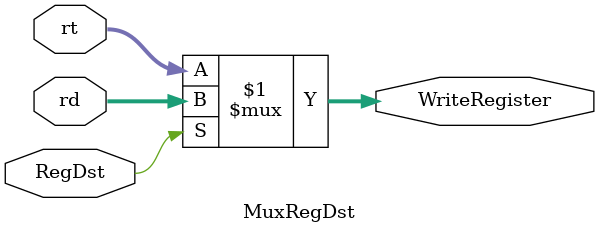
<source format=v>
module MuxRegDst (
    input wire [4:0] rt,
    input wire [4:0] rd,
    input wire RegDst,
    output wire [4:0] WriteRegister
);

    assign WriteRegister = (RegDst) ? rd : rt;

endmodule
</source>
